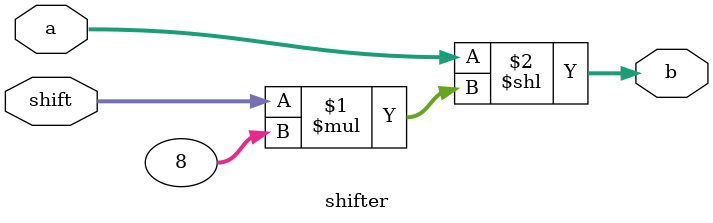
<source format=v>
module shifter (
  input [31:0] a,
  input [1:0] shift,
  
  output [31:0] b
);

  assign b = a << (shift*8);

endmodule

</source>
